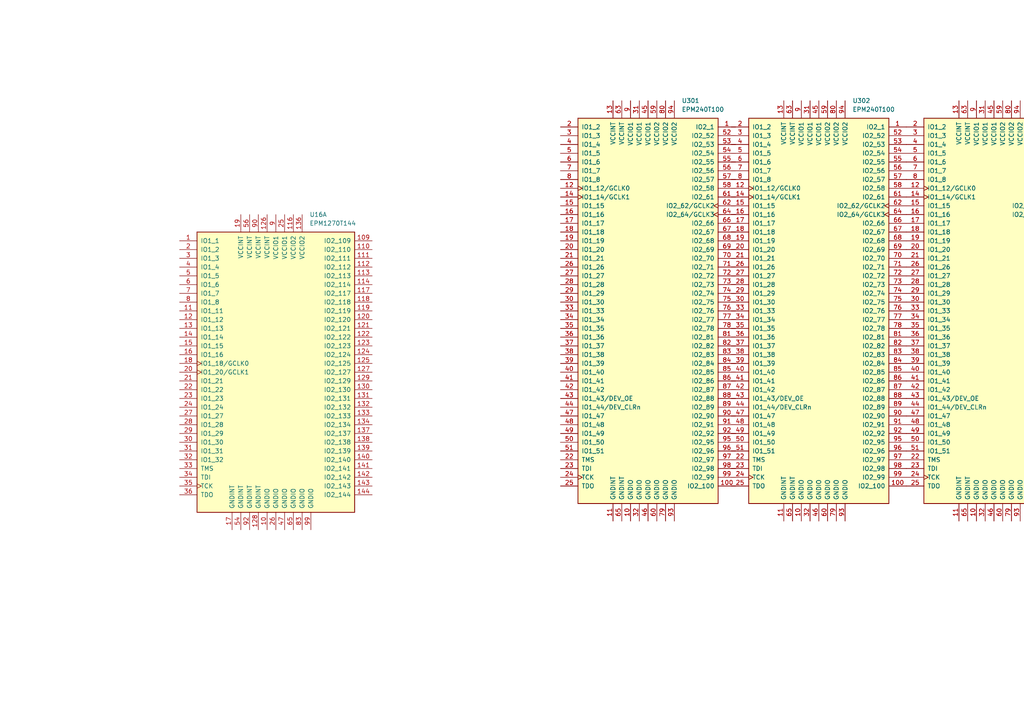
<source format=kicad_sch>
(kicad_sch (version 20250114) (generator "eeschema") (generator_version "9.0")
  (paper "A4")
  (lib_symbols
    (symbol "CPLD_Altera:EPM1270T144" (pin_names (offset 1.016))
      (property "Reference" "U" (at 10.16 41.91 0))
      (property "Value" "EPM1270T144" (at 12.7 -41.91 0))
      (symbol "EPM1270T144_1_1"
        (rectangle (start -22.86 40.64) (end 22.86 -40.64) (stroke (width 0.254)) (fill (type background)))
        (pin bidirectional line (at -27.94 38.1 0) (length 5.08) (name "IO1_1") (number "1"))
        (pin bidirectional line (at -27.94 35.56 0) (length 5.08) (name "IO1_2") (number "2"))
        (pin bidirectional line (at -27.94 33.02 0) (length 5.08) (name "IO1_3") (number "3"))
        (pin bidirectional line (at -27.94 30.48 0) (length 5.08) (name "IO1_4") (number "4"))
        (pin bidirectional line (at -27.94 27.94 0) (length 5.08) (name "IO1_5") (number "5"))
        (pin bidirectional line (at -27.94 25.4 0) (length 5.08) (name "IO1_6") (number "6"))
        (pin bidirectional line (at -27.94 22.86 0) (length 5.08) (name "IO1_7") (number "7"))
        (pin bidirectional line (at -27.94 20.32 0) (length 5.08) (name "IO1_8") (number "8"))
        (pin bidirectional line (at -27.94 17.78 0) (length 5.08) (name "IO1_11") (number "11"))
        (pin bidirectional line (at -27.94 15.24 0) (length 5.08) (name "IO1_12") (number "12"))
        (pin bidirectional line (at -27.94 12.7 0) (length 5.08) (name "IO1_13") (number "13"))
        (pin bidirectional line (at -27.94 10.16 0) (length 5.08) (name "IO1_14") (number "14"))
        (pin bidirectional line (at -27.94 7.62 0) (length 5.08) (name "IO1_15") (number "15"))
        (pin bidirectional line (at -27.94 5.08 0) (length 5.08) (name "IO1_16") (number "16"))
        (pin bidirectional clock (at -27.94 2.54 0) (length 5.08) (name "IO1_18/GCLK0") (number "18"))
        (pin bidirectional clock (at -27.94 0 0) (length 5.08) (name "IO1_20/GCLK1") (number "20"))
        (pin bidirectional line (at -27.94 -2.54 0) (length 5.08) (name "IO1_21") (number "21"))
        (pin bidirectional line (at -27.94 -5.08 0) (length 5.08) (name "IO1_22") (number "22"))
        (pin bidirectional line (at -27.94 -7.62 0) (length 5.08) (name "IO1_23") (number "23"))
        (pin bidirectional line (at -27.94 -10.16 0) (length 5.08) (name "IO1_24") (number "24"))
        (pin bidirectional line (at -27.94 -12.7 0) (length 5.08) (name "IO1_27") (number "27"))
        (pin bidirectional line (at -27.94 -15.24 0) (length 5.08) (name "IO1_28") (number "28"))
        (pin bidirectional line (at -27.94 -17.78 0) (length 5.08) (name "IO1_29") (number "29"))
        (pin bidirectional line (at -27.94 -20.32 0) (length 5.08) (name "IO1_30") (number "30"))
        (pin bidirectional line (at -27.94 -22.86 0) (length 5.08) (name "IO1_31") (number "31"))
        (pin bidirectional line (at -27.94 -25.4 0) (length 5.08) (name "IO1_32") (number "32"))
        (pin input line (at -27.94 -27.94 0) (length 5.08) (name "TMS") (number "33"))
        (pin input line (at -27.94 -30.48 0) (length 5.08) (name "TDI") (number "34"))
        (pin input clock (at -27.94 -33.02 0) (length 5.08) (name "TCK") (number "35"))
        (pin output line (at -27.94 -35.56 0) (length 5.08) (name "TDO") (number "36"))
        (pin power_in line (at -12.7 -45.72 90) (length 5.08) (name "GNDINT") (number "17"))
        (pin power_in line (at -10.16 45.72 270) (length 5.08) (name "VCCINT") (number "19"))
        (pin power_in line (at -10.16 -45.72 90) (length 5.08) (name "GNDINT") (number "54"))
        (pin power_in line (at -7.62 45.72 270) (length 5.08) (name "VCCINT") (number "56"))
        (pin power_in line (at -7.62 -45.72 90) (length 5.08) (name "GNDINT") (number "92"))
        (pin power_in line (at -5.08 45.72 270) (length 5.08) (name "VCCINT") (number "90"))
        (pin power_in line (at -5.08 -45.72 90) (length 5.08) (name "GNDINT") (number "128"))
        (pin power_in line (at -2.54 45.72 270) (length 5.08) (name "VCCINT") (number "126"))
        (pin power_in line (at -2.54 -45.72 90) (length 5.08) (name "GNDIO") (number "10"))
        (pin power_in line (at 0 45.72 270) (length 5.08) (name "VCCIO1") (number "9"))
        (pin power_in line (at 0 -45.72 90) (length 5.08) (name "GNDIO") (number "26"))
        (pin power_in line (at 2.54 45.72 270) (length 5.08) (name "VCCIO1") (number "25"))
        (pin power_in line (at 2.54 -45.72 90) (length 5.08) (name "GNDIO") (number "47"))
        (pin power_in line (at 5.08 45.72 270) (length 5.08) (name "VCCIO2") (number "116"))
        (pin power_in line (at 5.08 -45.72 90) (length 5.08) (name "GNDIO") (number "65"))
        (pin power_in line (at 7.62 45.72 270) (length 5.08) (name "VCCIO2") (number "136"))
        (pin power_in line (at 7.62 -45.72 90) (length 5.08) (name "GNDIO") (number "83"))
        (pin power_in line (at 10.16 -45.72 90) (length 5.08) (name "GNDIO") (number "99"))
        (pin bidirectional line (at 27.94 38.1 180) (length 5.08) (name "IO2_109") (number "109"))
        (pin bidirectional line (at 27.94 35.56 180) (length 5.08) (name "IO2_110") (number "110"))
        (pin bidirectional line (at 27.94 33.02 180) (length 5.08) (name "IO2_111") (number "111"))
        (pin bidirectional line (at 27.94 30.48 180) (length 5.08) (name "IO2_112") (number "112"))
        (pin bidirectional line (at 27.94 27.94 180) (length 5.08) (name "IO2_113") (number "113"))
        (pin bidirectional line (at 27.94 25.4 180) (length 5.08) (name "IO2_114") (number "114"))
        (pin bidirectional line (at 27.94 22.86 180) (length 5.08) (name "IO2_117") (number "117"))
        (pin bidirectional line (at 27.94 20.32 180) (length 5.08) (name "IO2_118") (number "118"))
        (pin bidirectional line (at 27.94 17.78 180) (length 5.08) (name "IO2_119") (number "119"))
        (pin bidirectional line (at 27.94 15.24 180) (length 5.08) (name "IO2_120") (number "120"))
        (pin bidirectional line (at 27.94 12.7 180) (length 5.08) (name "IO2_121") (number "121"))
        (pin bidirectional line (at 27.94 10.16 180) (length 5.08) (name "IO2_122") (number "122"))
        (pin bidirectional line (at 27.94 7.62 180) (length 5.08) (name "IO2_123") (number "123"))
        (pin bidirectional line (at 27.94 5.08 180) (length 5.08) (name "IO2_124") (number "124"))
        (pin bidirectional line (at 27.94 2.54 180) (length 5.08) (name "IO2_125") (number "125"))
        (pin bidirectional line (at 27.94 0 180) (length 5.08) (name "IO2_127") (number "127"))
        (pin bidirectional line (at 27.94 -2.54 180) (length 5.08) (name "IO2_129") (number "129"))
        (pin bidirectional line (at 27.94 -5.08 180) (length 5.08) (name "IO2_130") (number "130"))
        (pin bidirectional line (at 27.94 -7.62 180) (length 5.08) (name "IO2_131") (number "131"))
        (pin bidirectional line (at 27.94 -10.16 180) (length 5.08) (name "IO2_132") (number "132"))
        (pin bidirectional line (at 27.94 -12.7 180) (length 5.08) (name "IO2_133") (number "133"))
        (pin bidirectional line (at 27.94 -15.24 180) (length 5.08) (name "IO2_134") (number "134"))
        (pin bidirectional line (at 27.94 -17.78 180) (length 5.08) (name "IO2_137") (number "137"))
        (pin bidirectional line (at 27.94 -20.32 180) (length 5.08) (name "IO2_138") (number "138"))
        (pin bidirectional line (at 27.94 -22.86 180) (length 5.08) (name "IO2_139") (number "139"))
        (pin bidirectional line (at 27.94 -25.4 180) (length 5.08) (name "IO2_140") (number "140"))
        (pin bidirectional line (at 27.94 -27.94 180) (length 5.08) (name "IO2_141") (number "141"))
        (pin bidirectional line (at 27.94 -30.48 180) (length 5.08) (name "IO2_142") (number "142"))
        (pin bidirectional line (at 27.94 -33.02 180) (length 5.08) (name "IO2_143") (number "143"))
        (pin bidirectional line (at 27.94 -35.56 180) (length 5.08) (name "IO2_144") (number "144"))
      )
      (symbol "EPM1270T144_2_1"
        (rectangle (start -22.86 40.64) (end 22.86 -40.64) (stroke (width 0.254)) (fill (type background)))
        (pin bidirectional line (at -27.94 38.1 0) (length 5.08) (name "IO3_73") (number "73"))
        (pin bidirectional line (at -27.94 35.56 0) (length 5.08) (name "IO3_74") (number "74"))
        (pin bidirectional line (at -27.94 33.02 0) (length 5.08) (name "IO3_75") (number "75"))
        (pin bidirectional line (at -27.94 30.48 0) (length 5.08) (name "IO3_76") (number "76"))
        (pin bidirectional line (at -27.94 27.94 0) (length 5.08) (name "IO3_77") (number "77"))
        (pin bidirectional line (at -27.94 25.4 0) (length 5.08) (name "IO3_78") (number "78"))
        (pin bidirectional line (at -27.94 22.86 0) (length 5.08) (name "IO3_79") (number "79"))
        (pin bidirectional line (at -27.94 20.32 0) (length 5.08) (name "IO3_80") (number "80"))
        (pin bidirectional line (at -27.94 17.78 0) (length 5.08) (name "IO3_81") (number "81"))
        (pin bidirectional line (at -27.94 15.24 0) (length 5.08) (name "IO3_84") (number "84"))
        (pin bidirectional line (at -27.94 12.7 0) (length 5.08) (name "IO3_85") (number "85"))
        (pin bidirectional line (at -27.94 10.16 0) (length 5.08) (name "IO3_86") (number "86"))
        (pin bidirectional line (at -27.94 7.62 0) (length 5.08) (name "IO3_87") (number "87"))
        (pin bidirectional line (at -27.94 5.08 0) (length 5.08) (name "IO3_88") (number "88"))
        (pin bidirectional clock (at -27.94 2.54 0) (length 5.08) (name "IO3_89/GCLK2") (number "89"))
        (pin bidirectional clock (at -27.94 0 0) (length 5.08) (name "IO3_91/GCLK3") (number "91"))
        (pin bidirectional line (at -27.94 -2.54 0) (length 5.08) (name "IO3_93") (number "93"))
        (pin bidirectional line (at -27.94 -5.08 0) (length 5.08) (name "IO3_94") (number "94"))
        (pin bidirectional line (at -27.94 -7.62 0) (length 5.08) (name "IO3_95") (number "95"))
        (pin bidirectional line (at -27.94 -10.16 0) (length 5.08) (name "IO3_96") (number "96"))
        (pin bidirectional line (at -27.94 -12.7 0) (length 5.08) (name "IO3_97") (number "97"))
        (pin bidirectional line (at -27.94 -15.24 0) (length 5.08) (name "IO3_98") (number "98"))
        (pin bidirectional line (at -27.94 -17.78 0) (length 5.08) (name "IO3_101") (number "101"))
        (pin bidirectional line (at -27.94 -20.32 0) (length 5.08) (name "IO3_102") (number "102"))
        (pin bidirectional line (at -27.94 -22.86 0) (length 5.08) (name "IO3_103") (number "103"))
        (pin bidirectional line (at -27.94 -25.4 0) (length 5.08) (name "IO3_104") (number "104"))
        (pin bidirectional line (at -27.94 -27.94 0) (length 5.08) (name "IO3_105") (number "105"))
        (pin bidirectional line (at -27.94 -30.48 0) (length 5.08) (name "IO3_106") (number "106"))
        (pin bidirectional line (at -27.94 -33.02 0) (length 5.08) (name "IO3_107") (number "107"))
        (pin bidirectional line (at -27.94 -35.56 0) (length 5.08) (name "IO3_108") (number "108"))
        (pin power_in line (at -5.08 45.72 270) (length 5.08) (name "VCCIO3") (number "82"))
        (pin power_in line (at -2.54 45.72 270) (length 5.08) (name "VCCIO3") (number "100"))
        (pin power_in line (at -2.54 -45.72 90) (length 5.08) (name "GNDIO") (number "115"))
        (pin power_in line (at 0 45.72 270) (length 5.08) (name "VCCIO4") (number "46"))
        (pin power_in line (at 0 -45.72 90) (length 5.08) (name "GNDIO") (number "135"))
        (pin power_in line (at 2.54 45.72 270) (length 5.08) (name "VCCIO4") (number "64"))
        (pin bidirectional line (at 27.94 38.1 180) (length 5.08) (name "IO4_37") (number "37"))
        (pin bidirectional line (at 27.94 35.56 180) (length 5.08) (name "IO4_38") (number "38"))
        (pin bidirectional line (at 27.94 33.02 180) (length 5.08) (name "IO4_39") (number "39"))
        (pin bidirectional line (at 27.94 30.48 180) (length 5.08) (name "IO4_40") (number "40"))
        (pin bidirectional line (at 27.94 27.94 180) (length 5.08) (name "IO4_41") (number "41"))
        (pin bidirectional line (at 27.94 25.4 180) (length 5.08) (name "IO4_42") (number "42"))
        (pin bidirectional line (at 27.94 22.86 180) (length 5.08) (name "IO4_43") (number "43"))
        (pin bidirectional line (at 27.94 20.32 180) (length 5.08) (name "IO4_44") (number "44"))
        (pin bidirectional line (at 27.94 17.78 180) (length 5.08) (name "IO4_45") (number "45"))
        (pin bidirectional line (at 27.94 15.24 180) (length 5.08) (name "IO4_48") (number "48"))
        (pin bidirectional line (at 27.94 12.7 180) (length 5.08) (name "IO4_49") (number "49"))
        (pin bidirectional line (at 27.94 10.16 180) (length 5.08) (name "IO4_50") (number "50"))
        (pin bidirectional line (at 27.94 7.62 180) (length 5.08) (name "IO4_51") (number "51"))
        (pin bidirectional line (at 27.94 5.08 180) (length 5.08) (name "IO4_52") (number "52"))
        (pin bidirectional line (at 27.94 2.54 180) (length 5.08) (name "IO4_53") (number "53"))
        (pin bidirectional line (at 27.94 0 180) (length 5.08) (name "IO4_55") (number "55"))
        (pin bidirectional line (at 27.94 -2.54 180) (length 5.08) (name "IO4_57") (number "57"))
        (pin bidirectional line (at 27.94 -5.08 180) (length 5.08) (name "IO4_58") (number "58"))
        (pin bidirectional line (at 27.94 -7.62 180) (length 5.08) (name "IO4_59") (number "59"))
        (pin bidirectional line (at 27.94 -10.16 180) (length 5.08) (name "IO4_60/DEV_OE") (number "60"))
        (pin bidirectional line (at 27.94 -12.7 180) (length 5.08) (name "IO4_61/DEV_CLRn") (number "61"))
        (pin bidirectional line (at 27.94 -15.24 180) (length 5.08) (name "IO4_62") (number "62"))
        (pin bidirectional line (at 27.94 -17.78 180) (length 5.08) (name "IO4_63") (number "63"))
        (pin bidirectional line (at 27.94 -20.32 180) (length 5.08) (name "IO4_66") (number "66"))
        (pin bidirectional line (at 27.94 -22.86 180) (length 5.08) (name "IO4_67") (number "67"))
        (pin bidirectional line (at 27.94 -25.4 180) (length 5.08) (name "IO4_68") (number "68"))
        (pin bidirectional line (at 27.94 -27.94 180) (length 5.08) (name "IO4_69") (number "69"))
        (pin bidirectional line (at 27.94 -30.48 180) (length 5.08) (name "IO4_70") (number "70"))
        (pin bidirectional line (at 27.94 -33.02 180) (length 5.08) (name "IO4_71") (number "71"))
        (pin bidirectional line (at 27.94 -35.56 180) (length 5.08) (name "IO4_72") (number "72"))
      )
    )
    (symbol "CPLD_Altera:EPM240T100" (pin_names (offset 1.016))
      (property "Reference" "U" (at 10.16 57.15 0))
      (property "Value" "EPM240T100" (at 10.16 -57.15 0))
      (symbol "EPM240T100_1_1"
        (rectangle (start -20.32 55.88) (end 20.32 -55.88) (stroke (width 0.254)) (fill (type background)))
        (pin bidirectional line (at -25.4 53.34 0) (length 5.08) (name "IO1_2") (number "2"))
        (pin bidirectional line (at -25.4 50.8 0) (length 5.08) (name "IO1_3") (number "3"))
        (pin bidirectional line (at -25.4 48.26 0) (length 5.08) (name "IO1_4") (number "4"))
        (pin bidirectional line (at -25.4 45.72 0) (length 5.08) (name "IO1_5") (number "5"))
        (pin bidirectional line (at -25.4 43.18 0) (length 5.08) (name "IO1_6") (number "6"))
        (pin bidirectional line (at -25.4 40.64 0) (length 5.08) (name "IO1_7") (number "7"))
        (pin bidirectional line (at -25.4 38.1 0) (length 5.08) (name "IO1_8") (number "8"))
        (pin bidirectional clock (at -25.4 35.56 0) (length 5.08) (name "IO1_12/GCLK0") (number "12"))
        (pin bidirectional clock (at -25.4 33.02 0) (length 5.08) (name "IO1_14/GCLK1") (number "14"))
        (pin bidirectional line (at -25.4 30.48 0) (length 5.08) (name "IO1_15") (number "15"))
        (pin bidirectional line (at -25.4 27.94 0) (length 5.08) (name "IO1_16") (number "16"))
        (pin bidirectional line (at -25.4 25.4 0) (length 5.08) (name "IO1_17") (number "17"))
        (pin bidirectional line (at -25.4 22.86 0) (length 5.08) (name "IO1_18") (number "18"))
        (pin bidirectional line (at -25.4 20.32 0) (length 5.08) (name "IO1_19") (number "19"))
        (pin bidirectional line (at -25.4 17.78 0) (length 5.08) (name "IO1_20") (number "20"))
        (pin bidirectional line (at -25.4 15.24 0) (length 5.08) (name "IO1_21") (number "21"))
        (pin bidirectional line (at -25.4 12.7 0) (length 5.08) (name "IO1_26") (number "26"))
        (pin bidirectional line (at -25.4 10.16 0) (length 5.08) (name "IO1_27") (number "27"))
        (pin bidirectional line (at -25.4 7.62 0) (length 5.08) (name "IO1_28") (number "28"))
        (pin bidirectional line (at -25.4 5.08 0) (length 5.08) (name "IO1_29") (number "29"))
        (pin bidirectional line (at -25.4 2.54 0) (length 5.08) (name "IO1_30") (number "30"))
        (pin bidirectional line (at -25.4 0 0) (length 5.08) (name "IO1_33") (number "33"))
        (pin bidirectional line (at -25.4 -2.54 0) (length 5.08) (name "IO1_34") (number "34"))
        (pin bidirectional line (at -25.4 -5.08 0) (length 5.08) (name "IO1_35") (number "35"))
        (pin bidirectional line (at -25.4 -7.62 0) (length 5.08) (name "IO1_36") (number "36"))
        (pin bidirectional line (at -25.4 -10.16 0) (length 5.08) (name "IO1_37") (number "37"))
        (pin bidirectional line (at -25.4 -12.7 0) (length 5.08) (name "IO1_38") (number "38"))
        (pin bidirectional line (at -25.4 -15.24 0) (length 5.08) (name "IO1_39") (number "39"))
        (pin bidirectional line (at -25.4 -17.78 0) (length 5.08) (name "IO1_40") (number "40"))
        (pin bidirectional line (at -25.4 -20.32 0) (length 5.08) (name "IO1_41") (number "41"))
        (pin bidirectional line (at -25.4 -22.86 0) (length 5.08) (name "IO1_42") (number "42"))
        (pin bidirectional line (at -25.4 -25.4 0) (length 5.08) (name "IO1_43/DEV_OE") (number "43"))
        (pin bidirectional line (at -25.4 -27.94 0) (length 5.08) (name "IO1_44/DEV_CLRn") (number "44"))
        (pin bidirectional line (at -25.4 -30.48 0) (length 5.08) (name "IO1_47") (number "47"))
        (pin bidirectional line (at -25.4 -33.02 0) (length 5.08) (name "IO1_48") (number "48"))
        (pin bidirectional line (at -25.4 -35.56 0) (length 5.08) (name "IO1_49") (number "49"))
        (pin bidirectional line (at -25.4 -38.1 0) (length 5.08) (name "IO1_50") (number "50"))
        (pin bidirectional line (at -25.4 -40.64 0) (length 5.08) (name "IO1_51") (number "51"))
        (pin input line (at -25.4 -43.18 0) (length 5.08) (name "TMS") (number "22"))
        (pin input line (at -25.4 -45.72 0) (length 5.08) (name "TDI") (number "23"))
        (pin input clock (at -25.4 -48.26 0) (length 5.08) (name "TCK") (number "24"))
        (pin output line (at -25.4 -50.8 0) (length 5.08) (name "TDO") (number "25"))
        (pin power_in line (at -10.16 60.96 270) (length 5.08) (name "VCCINT") (number "13"))
        (pin power_in line (at -10.16 -60.96 90) (length 5.08) (name "GNDINT") (number "11"))
        (pin power_in line (at -7.62 60.96 270) (length 5.08) (name "VCCINT") (number "63"))
        (pin power_in line (at -7.62 -60.96 90) (length 5.08) (name "GNDINT") (number "65"))
        (pin power_in line (at -5.08 60.96 270) (length 5.08) (name "VCCIO1") (number "9"))
        (pin power_in line (at -5.08 -60.96 90) (length 5.08) (name "GNDIO") (number "10"))
        (pin power_in line (at -2.54 60.96 270) (length 5.08) (name "VCCIO1") (number "31"))
        (pin power_in line (at -2.54 -60.96 90) (length 5.08) (name "GNDIO") (number "32"))
        (pin power_in line (at 0 60.96 270) (length 5.08) (name "VCCIO1") (number "45"))
        (pin power_in line (at 0 -60.96 90) (length 5.08) (name "GNDIO") (number "46"))
        (pin power_in line (at 2.54 60.96 270) (length 5.08) (name "VCCIO2") (number "59"))
        (pin power_in line (at 2.54 -60.96 90) (length 5.08) (name "GNDIO") (number "60"))
        (pin power_in line (at 5.08 60.96 270) (length 5.08) (name "VCCIO2") (number "80"))
        (pin power_in line (at 5.08 -60.96 90) (length 5.08) (name "GNDIO") (number "79"))
        (pin power_in line (at 7.62 60.96 270) (length 5.08) (name "VCCIO2") (number "94"))
        (pin power_in line (at 7.62 -60.96 90) (length 5.08) (name "GNDIO") (number "93"))
        (pin bidirectional line (at 25.4 53.34 180) (length 5.08) (name "IO2_1") (number "1"))
        (pin bidirectional line (at 25.4 50.8 180) (length 5.08) (name "IO2_52") (number "52"))
        (pin bidirectional line (at 25.4 48.26 180) (length 5.08) (name "IO2_53") (number "53"))
        (pin bidirectional line (at 25.4 45.72 180) (length 5.08) (name "IO2_54") (number "54"))
        (pin bidirectional line (at 25.4 43.18 180) (length 5.08) (name "IO2_55") (number "55"))
        (pin bidirectional line (at 25.4 40.64 180) (length 5.08) (name "IO2_56") (number "56"))
        (pin bidirectional line (at 25.4 38.1 180) (length 5.08) (name "IO2_57") (number "57"))
        (pin bidirectional line (at 25.4 35.56 180) (length 5.08) (name "IO2_58") (number "58"))
        (pin bidirectional line (at 25.4 33.02 180) (length 5.08) (name "IO2_61") (number "61"))
        (pin bidirectional clock (at 25.4 30.48 180) (length 5.08) (name "IO2_62/GCLK2") (number "62"))
        (pin bidirectional clock (at 25.4 27.94 180) (length 5.08) (name "IO2_64/GCLK3") (number "64"))
        (pin bidirectional line (at 25.4 25.4 180) (length 5.08) (name "IO2_66") (number "66"))
        (pin bidirectional line (at 25.4 22.86 180) (length 5.08) (name "IO2_67") (number "67"))
        (pin bidirectional line (at 25.4 20.32 180) (length 5.08) (name "IO2_68") (number "68"))
        (pin bidirectional line (at 25.4 17.78 180) (length 5.08) (name "IO2_69") (number "69"))
        (pin bidirectional line (at 25.4 15.24 180) (length 5.08) (name "IO2_70") (number "70"))
        (pin bidirectional line (at 25.4 12.7 180) (length 5.08) (name "IO2_71") (number "71"))
        (pin bidirectional line (at 25.4 10.16 180) (length 5.08) (name "IO2_72") (number "72"))
        (pin bidirectional line (at 25.4 7.62 180) (length 5.08) (name "IO2_73") (number "73"))
        (pin bidirectional line (at 25.4 5.08 180) (length 5.08) (name "IO2_74") (number "74"))
        (pin bidirectional line (at 25.4 2.54 180) (length 5.08) (name "IO2_75") (number "75"))
        (pin bidirectional line (at 25.4 0 180) (length 5.08) (name "IO2_76") (number "76"))
        (pin bidirectional line (at 25.4 -2.54 180) (length 5.08) (name "IO2_77") (number "77"))
        (pin bidirectional line (at 25.4 -5.08 180) (length 5.08) (name "IO2_78") (number "78"))
        (pin bidirectional line (at 25.4 -7.62 180) (length 5.08) (name "IO2_81") (number "81"))
        (pin bidirectional line (at 25.4 -10.16 180) (length 5.08) (name "IO2_82") (number "82"))
        (pin bidirectional line (at 25.4 -12.7 180) (length 5.08) (name "IO2_83") (number "83"))
        (pin bidirectional line (at 25.4 -15.24 180) (length 5.08) (name "IO2_84") (number "84"))
        (pin bidirectional line (at 25.4 -17.78 180) (length 5.08) (name "IO2_85") (number "85"))
        (pin bidirectional line (at 25.4 -20.32 180) (length 5.08) (name "IO2_86") (number "86"))
        (pin bidirectional line (at 25.4 -22.86 180) (length 5.08) (name "IO2_87") (number "87"))
        (pin bidirectional line (at 25.4 -25.4 180) (length 5.08) (name "IO2_88") (number "88"))
        (pin bidirectional line (at 25.4 -27.94 180) (length 5.08) (name "IO2_89") (number "89"))
        (pin bidirectional line (at 25.4 -30.48 180) (length 5.08) (name "IO2_90") (number "90"))
        (pin bidirectional line (at 25.4 -33.02 180) (length 5.08) (name "IO2_91") (number "91"))
        (pin bidirectional line (at 25.4 -35.56 180) (length 5.08) (name "IO2_92") (number "92"))
        (pin bidirectional line (at 25.4 -38.1 180) (length 5.08) (name "IO2_95") (number "95"))
        (pin bidirectional line (at 25.4 -40.64 180) (length 5.08) (name "IO2_96") (number "96"))
        (pin bidirectional line (at 25.4 -43.18 180) (length 5.08) (name "IO2_97") (number "97"))
        (pin bidirectional line (at 25.4 -45.72 180) (length 5.08) (name "IO2_98") (number "98"))
        (pin bidirectional line (at 25.4 -48.26 180) (length 5.08) (name "IO2_99") (number "99"))
        (pin bidirectional line (at 25.4 -50.8 180) (length 5.08) (name "IO2_100") (number "100"))
      )
    )
  )
  (symbol (lib_id "CPLD_Altera:EPM240T100") (at 389.89 90.17 0) (unit 1)
    (property "Reference" "U305" (at 399.6533 29.21 0) (effects (justify left)))
    (property "Value" "EPM240T100" (at 399.6533 31.75 0) (effects (justify left)))
    (property "Footprint" "Package_QFP:LQFP-100_14x14mm_P0.5mm" (effects (hide yes)))
    (property "Datasheet" "https://www.altera.com/content/dam/altera-www/global/en_US/pdfs/literature/hb/max2/max2_mii5v1.pdf" (effects (hide yes)))
    (property "Description" "Altera MAX2 CPLD with 240 LE" (effects (hide yes)))
  )
  (symbol (lib_id "CPLD_Altera:EPM1270T144") (at 80.01 107.95 0) (unit 1)
    (property "Reference" "U16" (at 89.7733 62.23 0) (effects (justify left)))
    (property "Value" "EPM1270T144" (at 89.7733 64.77 0) (effects (justify left)))
    (property "Footprint" "Package_QFP:LQFP-144_20x20mm_P0.5mm" (effects (hide yes)))
    (property "Datasheet" "https://www.altera.com/content/dam/altera-www/global/en_US/pdfs/literature/hb/max2/max2_mii5v1.pdf" (effects (hide yes)))
    (property "Description" "Altera MAX2 CPLD with 1270 LE" (effects (hide yes)))
  )
  (symbol (lib_id "CPLD_Altera:EPM240T100") (at 237.49 90.17 0) (unit 1)
    (property "Reference" "U302" (at 247.2533 29.21 0) (effects (justify left)))
    (property "Value" "EPM240T100" (at 247.2533 31.75 0) (effects (justify left)))
    (property "Footprint" "Package_QFP:LQFP-100_14x14mm_P0.5mm" (effects (hide yes)))
    (property "Datasheet" "https://www.altera.com/content/dam/altera-www/global/en_US/pdfs/literature/hb/max2/max2_mii5v1.pdf" (effects (hide yes)))
    (property "Description" "Altera MAX2 CPLD with 240 LE" (effects (hide yes)))
  )
  (symbol (lib_id "CPLD_Altera:EPM240T100") (at 187.96 90.17 0) (unit 1)
    (property "Reference" "U301" (at 197.7233 29.21 0) (effects (justify left)))
    (property "Value" "EPM240T100" (at 197.7233 31.75 0) (effects (justify left)))
    (property "Footprint" "Package_QFP:LQFP-100_14x14mm_P0.5mm" (effects (hide yes)))
    (property "Datasheet" "https://www.altera.com/content/dam/altera-www/global/en_US/pdfs/literature/hb/max2/max2_mii5v1.pdf" (effects (hide yes)))
    (property "Description" "Altera MAX2 CPLD with 240 LE" (effects (hide yes)))
  )
  (symbol (lib_id "CPLD_Altera:EPM240T100") (at 288.29 90.17 0) (unit 1)
    (property "Reference" "U303" (at 298.0533 29.21 0) (effects (justify left)))
    (property "Value" "EPM240T100" (at 298.0533 31.75 0) (effects (justify left)))
    (property "Footprint" "Package_QFP:LQFP-100_14x14mm_P0.5mm" (effects (hide yes)))
    (property "Datasheet" "https://www.altera.com/content/dam/altera-www/global/en_US/pdfs/literature/hb/max2/max2_mii5v1.pdf" (effects (hide yes)))
    (property "Description" "Altera MAX2 CPLD with 240 LE" (effects (hide yes)))
  )
  (symbol (lib_id "CPLD_Altera:EPM240T100") (at 339.09 90.17 0) (unit 1)
    (property "Reference" "U304" (at 348.8533 29.21 0) (effects (justify left)))
    (property "Value" "EPM240T100" (at 348.8533 31.75 0) (effects (justify left)))
    (property "Footprint" "Package_QFP:LQFP-100_14x14mm_P0.5mm" (effects (hide yes)))
    (property "Datasheet" "https://www.altera.com/content/dam/altera-www/global/en_US/pdfs/literature/hb/max2/max2_mii5v1.pdf" (effects (hide yes)))
    (property "Description" "Altera MAX2 CPLD with 240 LE" (effects (hide yes)))
  )
)
</source>
